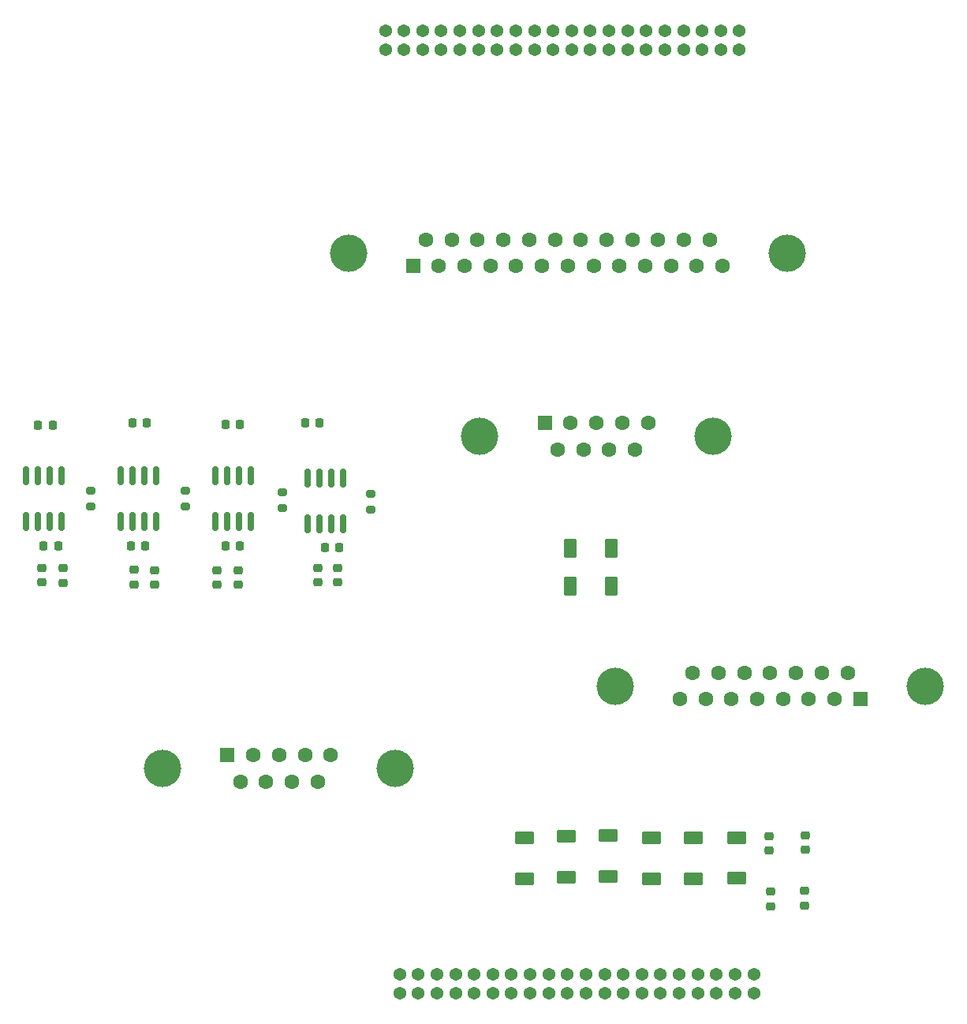
<source format=gbr>
%TF.GenerationSoftware,KiCad,Pcbnew,7.0.7*%
%TF.CreationDate,2024-02-25T12:29:17-08:00*%
%TF.ProjectId,Connector-board,436f6e6e-6563-4746-9f72-2d626f617264,rev?*%
%TF.SameCoordinates,Original*%
%TF.FileFunction,Soldermask,Top*%
%TF.FilePolarity,Negative*%
%FSLAX46Y46*%
G04 Gerber Fmt 4.6, Leading zero omitted, Abs format (unit mm)*
G04 Created by KiCad (PCBNEW 7.0.7) date 2024-02-25 12:29:17*
%MOMM*%
%LPD*%
G01*
G04 APERTURE LIST*
G04 Aperture macros list*
%AMRoundRect*
0 Rectangle with rounded corners*
0 $1 Rounding radius*
0 $2 $3 $4 $5 $6 $7 $8 $9 X,Y pos of 4 corners*
0 Add a 4 corners polygon primitive as box body*
4,1,4,$2,$3,$4,$5,$6,$7,$8,$9,$2,$3,0*
0 Add four circle primitives for the rounded corners*
1,1,$1+$1,$2,$3*
1,1,$1+$1,$4,$5*
1,1,$1+$1,$6,$7*
1,1,$1+$1,$8,$9*
0 Add four rect primitives between the rounded corners*
20,1,$1+$1,$2,$3,$4,$5,0*
20,1,$1+$1,$4,$5,$6,$7,0*
20,1,$1+$1,$6,$7,$8,$9,0*
20,1,$1+$1,$8,$9,$2,$3,0*%
G04 Aperture macros list end*
%ADD10RoundRect,0.225000X0.225000X0.250000X-0.225000X0.250000X-0.225000X-0.250000X0.225000X-0.250000X0*%
%ADD11RoundRect,0.150000X0.150000X-0.825000X0.150000X0.825000X-0.150000X0.825000X-0.150000X-0.825000X0*%
%ADD12RoundRect,0.250000X0.800000X-0.450000X0.800000X0.450000X-0.800000X0.450000X-0.800000X-0.450000X0*%
%ADD13RoundRect,0.250000X-0.800000X0.450000X-0.800000X-0.450000X0.800000X-0.450000X0.800000X0.450000X0*%
%ADD14RoundRect,0.225000X-0.225000X-0.250000X0.225000X-0.250000X0.225000X0.250000X-0.225000X0.250000X0*%
%ADD15RoundRect,0.200000X-0.275000X0.200000X-0.275000X-0.200000X0.275000X-0.200000X0.275000X0.200000X0*%
%ADD16RoundRect,0.218750X0.256250X-0.218750X0.256250X0.218750X-0.256250X0.218750X-0.256250X-0.218750X0*%
%ADD17RoundRect,0.225000X0.250000X-0.225000X0.250000X0.225000X-0.250000X0.225000X-0.250000X-0.225000X0*%
%ADD18RoundRect,0.250000X-0.450000X-0.800000X0.450000X-0.800000X0.450000X0.800000X-0.450000X0.800000X0*%
%ADD19RoundRect,0.218750X-0.256250X0.218750X-0.256250X-0.218750X0.256250X-0.218750X0.256250X0.218750X0*%
%ADD20C,1.371600*%
%ADD21C,4.000000*%
%ADD22R,1.600000X1.600000*%
%ADD23C,1.600000*%
G04 APERTURE END LIST*
D10*
%TO.C,C10*%
X128920000Y-97990400D03*
X127370000Y-97990400D03*
%TD*%
%TO.C,C9*%
X128795000Y-111155000D03*
X127245000Y-111155000D03*
%TD*%
D11*
%TO.C,U4*%
X126115000Y-108550000D03*
X127385000Y-108550000D03*
X128655000Y-108550000D03*
X129925000Y-108550000D03*
X129925000Y-103600000D03*
X128655000Y-103600000D03*
X127385000Y-103600000D03*
X126115000Y-103600000D03*
%TD*%
D12*
%TO.C,D4*%
X173981400Y-146722200D03*
X173981400Y-142322200D03*
%TD*%
D10*
%TO.C,C4*%
X118836200Y-98219000D03*
X117286200Y-98219000D03*
%TD*%
D13*
%TO.C,D6*%
X169511000Y-142500000D03*
X169511000Y-146900000D03*
%TD*%
D14*
%TO.C,C8*%
X137403000Y-98092000D03*
X138953000Y-98092000D03*
%TD*%
D15*
%TO.C,R3*%
X122940000Y-105250000D03*
X122940000Y-106900000D03*
%TD*%
D12*
%TO.C,D1*%
X187621200Y-146900000D03*
X187621200Y-142500000D03*
%TD*%
D13*
%TO.C,D3*%
X192269400Y-142449200D03*
X192269400Y-146849200D03*
%TD*%
D16*
%TO.C,C1*%
X195774600Y-143861800D03*
X195774600Y-142286800D03*
%TD*%
D15*
%TO.C,R6*%
X133100000Y-105250000D03*
X133100000Y-106900000D03*
%TD*%
D17*
%TO.C,FB4*%
X147322000Y-115097600D03*
X147322000Y-113547600D03*
%TD*%
D18*
%TO.C,D8*%
X174400000Y-115450000D03*
X178800000Y-115450000D03*
%TD*%
D10*
%TO.C,C6*%
X147465000Y-97970000D03*
X145915000Y-97970000D03*
%TD*%
D11*
%TO.C,U1*%
X115955000Y-108550000D03*
X117225000Y-108550000D03*
X118495000Y-108550000D03*
X119765000Y-108550000D03*
X119765000Y-103600000D03*
X118495000Y-103600000D03*
X117225000Y-103600000D03*
X115955000Y-103600000D03*
%TD*%
D16*
%TO.C,C2*%
X195901600Y-149830900D03*
X195901600Y-148255900D03*
%TD*%
D17*
%TO.C,FB3*%
X149404800Y-115046800D03*
X149404800Y-113496800D03*
%TD*%
%TO.C,FB6*%
X136501600Y-115351600D03*
X136501600Y-113801600D03*
%TD*%
D19*
%TO.C,R1*%
X199635400Y-142210700D03*
X199635400Y-143785700D03*
%TD*%
D15*
%TO.C,R5*%
X143488600Y-105440000D03*
X143488600Y-107090000D03*
%TD*%
D10*
%TO.C,C5*%
X149595600Y-111350800D03*
X148045600Y-111350800D03*
%TD*%
D12*
%TO.C,D2*%
X183100000Y-146900000D03*
X183100000Y-142500000D03*
%TD*%
D17*
%TO.C,FB1*%
X119991600Y-115123000D03*
X119991600Y-113573000D03*
%TD*%
%TO.C,FB5*%
X138736800Y-115351600D03*
X138736800Y-113801600D03*
%TD*%
D12*
%TO.C,D5*%
X178502600Y-146646000D03*
X178502600Y-142246000D03*
%TD*%
D11*
%TO.C,U2*%
X146229800Y-108796600D03*
X147499800Y-108796600D03*
X148769800Y-108796600D03*
X150039800Y-108796600D03*
X150039800Y-103846600D03*
X148769800Y-103846600D03*
X147499800Y-103846600D03*
X146229800Y-103846600D03*
%TD*%
%TO.C,U3*%
X136275000Y-108550000D03*
X137545000Y-108550000D03*
X138815000Y-108550000D03*
X140085000Y-108550000D03*
X140085000Y-103600000D03*
X138815000Y-103600000D03*
X137545000Y-103600000D03*
X136275000Y-103600000D03*
%TD*%
D10*
%TO.C,C7*%
X138955000Y-111155000D03*
X137405000Y-111155000D03*
%TD*%
D20*
%TO.C,J1*%
X156086831Y-159170000D03*
X156086831Y-157170000D03*
X158086831Y-159170000D03*
X158086831Y-157170000D03*
X160086831Y-159170000D03*
X160086831Y-157170000D03*
X162086831Y-159170000D03*
X162086831Y-157170000D03*
X164086831Y-159170000D03*
X164086831Y-157170000D03*
X166086831Y-159170000D03*
X166086831Y-157170000D03*
X168086831Y-159170000D03*
X168086831Y-157170000D03*
X170086831Y-159170000D03*
X170086831Y-157170000D03*
X172086831Y-159170000D03*
X172086831Y-157170000D03*
X174086831Y-159170000D03*
X174086831Y-157170000D03*
X176086831Y-159170000D03*
X176086831Y-157170000D03*
X178086831Y-159170000D03*
X178086831Y-157170000D03*
X180086831Y-159170000D03*
X180086831Y-157170000D03*
X182086831Y-159170000D03*
X182086831Y-157170000D03*
X184086831Y-159170000D03*
X184086831Y-157170000D03*
X186086831Y-159170000D03*
X186086831Y-157170000D03*
X188086731Y-159170000D03*
X188086731Y-157170000D03*
X190086731Y-159170000D03*
X190086731Y-157170000D03*
X192086731Y-159170000D03*
X192086731Y-157170000D03*
X194086731Y-159170000D03*
X194086731Y-157170000D03*
X154550000Y-57900000D03*
X154550000Y-55900000D03*
X156550000Y-57900000D03*
X156550000Y-55900000D03*
X158550000Y-57900000D03*
X158550000Y-55900000D03*
X160550000Y-57900000D03*
X160550000Y-55900000D03*
X162549900Y-57900000D03*
X162549900Y-55900000D03*
X164549900Y-57900000D03*
X164549900Y-55900000D03*
X166549900Y-57900000D03*
X166549900Y-55900000D03*
X168549900Y-57900000D03*
X168549900Y-55900000D03*
X170549900Y-57900000D03*
X170549900Y-55900000D03*
X172549900Y-57900000D03*
X172549900Y-55900000D03*
X174549900Y-57900000D03*
X174549900Y-55900000D03*
X176549900Y-57900000D03*
X176549900Y-55900000D03*
X178549900Y-57900000D03*
X178549900Y-55900000D03*
X180549900Y-57900000D03*
X180549900Y-55900000D03*
X182549900Y-57900000D03*
X182549900Y-55900000D03*
X184549900Y-57900000D03*
X184549900Y-55900000D03*
X186549900Y-57900000D03*
X186549900Y-55900000D03*
X188549900Y-57900000D03*
X188549900Y-55900000D03*
X190549900Y-57900000D03*
X190549900Y-55900000D03*
X192549900Y-57900000D03*
X192549900Y-55900000D03*
%TD*%
D17*
%TO.C,FB2*%
X117705600Y-115072200D03*
X117705600Y-113522200D03*
%TD*%
%TO.C,FB8*%
X127535400Y-115275400D03*
X127535400Y-113725400D03*
%TD*%
D15*
%TO.C,R4*%
X152935400Y-105598200D03*
X152935400Y-107248200D03*
%TD*%
D10*
%TO.C,C3*%
X119410000Y-111155000D03*
X117860000Y-111155000D03*
%TD*%
D17*
%TO.C,FB7*%
X129745200Y-115326200D03*
X129745200Y-113776200D03*
%TD*%
D18*
%TO.C,D7*%
X174400000Y-111400000D03*
X178800000Y-111400000D03*
%TD*%
D16*
%TO.C,R2*%
X199584600Y-149754700D03*
X199584600Y-148179700D03*
%TD*%
D21*
%TO.C,4TC_DSUB1*%
X155640000Y-135020000D03*
X130640000Y-135020000D03*
D22*
X137600000Y-133600000D03*
D23*
X140370000Y-133600000D03*
X143140000Y-133600000D03*
X145910000Y-133600000D03*
X148680000Y-133600000D03*
X138985000Y-136440000D03*
X141755000Y-136440000D03*
X144525000Y-136440000D03*
X147295000Y-136440000D03*
%TD*%
D21*
%TO.C,GND_DSUB1*%
X179200000Y-126200000D03*
X212500000Y-126200000D03*
D22*
X205545000Y-127620000D03*
D23*
X202775000Y-127620000D03*
X200005000Y-127620000D03*
X197235000Y-127620000D03*
X194465000Y-127620000D03*
X191695000Y-127620000D03*
X188925000Y-127620000D03*
X186155000Y-127620000D03*
X204160000Y-124780000D03*
X201390000Y-124780000D03*
X198620000Y-124780000D03*
X195850000Y-124780000D03*
X193080000Y-124780000D03*
X190310000Y-124780000D03*
X187540000Y-124780000D03*
%TD*%
D21*
%TO.C,SOLENOIDS_DSUB1*%
X189700000Y-99400000D03*
X164700000Y-99400000D03*
D22*
X171660000Y-97980000D03*
D23*
X174430000Y-97980000D03*
X177200000Y-97980000D03*
X179970000Y-97980000D03*
X182740000Y-97980000D03*
X173045000Y-100820000D03*
X175815000Y-100820000D03*
X178585000Y-100820000D03*
X181355000Y-100820000D03*
%TD*%
D21*
%TO.C,PT_DSUB1*%
X150585000Y-79720000D03*
X197685000Y-79720000D03*
D22*
X157515000Y-81140000D03*
D23*
X160285000Y-81140000D03*
X163055000Y-81140000D03*
X165825000Y-81140000D03*
X168595000Y-81140000D03*
X171365000Y-81140000D03*
X174135000Y-81140000D03*
X176905000Y-81140000D03*
X179675000Y-81140000D03*
X182445000Y-81140000D03*
X185215000Y-81140000D03*
X187985000Y-81140000D03*
X190755000Y-81140000D03*
X158900000Y-78300000D03*
X161670000Y-78300000D03*
X164440000Y-78300000D03*
X167210000Y-78300000D03*
X169980000Y-78300000D03*
X172750000Y-78300000D03*
X175520000Y-78300000D03*
X178290000Y-78300000D03*
X181060000Y-78300000D03*
X183830000Y-78300000D03*
X186600000Y-78300000D03*
X189370000Y-78300000D03*
%TD*%
M02*

</source>
